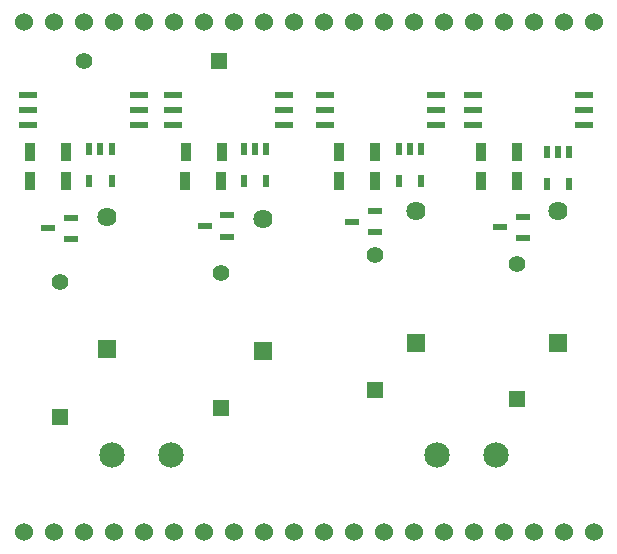
<source format=gbr>
%TF.GenerationSoftware,KiCad,Pcbnew,8.0.8*%
%TF.CreationDate,2025-03-10T22:00:58-04:00*%
%TF.ProjectId,PWM Module 2.0,50574d20-4d6f-4647-956c-6520322e302e,rev?*%
%TF.SameCoordinates,Original*%
%TF.FileFunction,Soldermask,Top*%
%TF.FilePolarity,Negative*%
%FSLAX46Y46*%
G04 Gerber Fmt 4.6, Leading zero omitted, Abs format (unit mm)*
G04 Created by KiCad (PCBNEW 8.0.8) date 2025-03-10 22:00:58*
%MOMM*%
%LPD*%
G01*
G04 APERTURE LIST*
%ADD10R,0.508000X0.977900*%
%ADD11R,1.270000X0.558800*%
%ADD12R,0.855600X1.600000*%
%ADD13C,2.154000*%
%ADD14R,1.625600X1.625600*%
%ADD15C,1.625600*%
%ADD16C,1.524000*%
%ADD17R,1.397000X1.397000*%
%ADD18C,1.397000*%
%ADD19R,1.524000X0.533400*%
G04 APERTURE END LIST*
D10*
%TO.C,U7*%
X159841502Y-36169500D03*
X158891501Y-36169500D03*
X157941500Y-36169500D03*
X157941500Y-38900000D03*
X159841502Y-38900000D03*
%TD*%
D11*
%TO.C,Q2*%
X169640000Y-43594998D03*
X169640000Y-41765000D03*
X167709600Y-42679999D03*
%TD*%
D12*
%TO.C,C4*%
X166084398Y-38900000D03*
X169140000Y-38900000D03*
%TD*%
%TO.C,C2*%
X152913699Y-38900000D03*
X155969301Y-38900000D03*
%TD*%
D13*
%TO.C,J3*%
X187400000Y-62100000D03*
X192400000Y-62100000D03*
%TD*%
D14*
%TO.C,D4*%
X159441500Y-53076000D03*
D15*
X159441500Y-41900000D03*
%TD*%
D14*
%TO.C,D1*%
X185640000Y-52576000D03*
D15*
X185640000Y-41400000D03*
%TD*%
D11*
%TO.C,Q3*%
X194640000Y-43729998D03*
X194640000Y-41900000D03*
X192709600Y-42814999D03*
%TD*%
D16*
%TO.C,J5*%
X152400000Y-25400000D03*
X154940000Y-25400000D03*
X157480000Y-25400000D03*
X160020000Y-25400000D03*
X162560000Y-25400000D03*
X165100000Y-25400000D03*
X167640000Y-25400000D03*
X170180000Y-25400000D03*
X172720000Y-25400000D03*
X175260000Y-25400000D03*
X177800000Y-25400000D03*
X180340000Y-25400000D03*
X182880000Y-25400000D03*
X185420000Y-25400000D03*
X187960000Y-25400000D03*
X190500000Y-25400000D03*
X193040000Y-25400000D03*
X195580000Y-25400000D03*
X198120000Y-25400000D03*
X200660000Y-25400000D03*
%TD*%
D17*
%TO.C,R5*%
X168965000Y-28750000D03*
D18*
X157535000Y-28750000D03*
%TD*%
D13*
%TO.C,J2*%
X159900000Y-62100000D03*
X164900000Y-62100000D03*
%TD*%
D10*
%TO.C,U5*%
X198590001Y-36400000D03*
X197640000Y-36400000D03*
X196689999Y-36400000D03*
X196689999Y-39130500D03*
X198590001Y-39130500D03*
%TD*%
D12*
%TO.C,C3*%
X166112199Y-36400000D03*
X169167801Y-36400000D03*
%TD*%
%TO.C,C5*%
X179084398Y-36400000D03*
X182140000Y-36400000D03*
%TD*%
%TO.C,C6*%
X179084398Y-38900000D03*
X182140000Y-38900000D03*
%TD*%
D11*
%TO.C,Q4*%
X156371900Y-43814999D03*
X156371900Y-41985001D03*
X154441500Y-42900000D03*
%TD*%
D14*
%TO.C,D3*%
X197640000Y-52576000D03*
D15*
X197640000Y-41400000D03*
%TD*%
D17*
%TO.C,R3*%
X194140000Y-57330000D03*
D18*
X194140000Y-45900000D03*
%TD*%
D19*
%TO.C,U2*%
X187339000Y-34170000D03*
X187339000Y-32900000D03*
X187339000Y-31630000D03*
X177941000Y-31630000D03*
X177941000Y-32900000D03*
X177941000Y-34170000D03*
%TD*%
D12*
%TO.C,C1*%
X152941500Y-36400000D03*
X155997102Y-36400000D03*
%TD*%
D19*
%TO.C,U6*%
X199839000Y-34170000D03*
X199839000Y-32900000D03*
X199839000Y-31630000D03*
X190441000Y-31630000D03*
X190441000Y-32900000D03*
X190441000Y-34170000D03*
%TD*%
D12*
%TO.C,C7*%
X191084398Y-36400000D03*
X194140000Y-36400000D03*
%TD*%
D17*
%TO.C,R1*%
X182140000Y-56615000D03*
D18*
X182140000Y-45185000D03*
%TD*%
D17*
%TO.C,R4*%
X155441500Y-58830000D03*
D18*
X155441500Y-47400000D03*
%TD*%
D10*
%TO.C,U3*%
X172941500Y-36169500D03*
X171991499Y-36169500D03*
X171041498Y-36169500D03*
X171041498Y-38900000D03*
X172941500Y-38900000D03*
%TD*%
D11*
%TO.C,Q1*%
X182140000Y-43229998D03*
X182140000Y-41400000D03*
X180209600Y-42314999D03*
%TD*%
D17*
%TO.C,R2*%
X169140000Y-58115000D03*
D18*
X169140000Y-46685000D03*
%TD*%
D19*
%TO.C,U8*%
X162140500Y-34170000D03*
X162140500Y-32900000D03*
X162140500Y-31630000D03*
X152742500Y-31630000D03*
X152742500Y-32900000D03*
X152742500Y-34170000D03*
%TD*%
D10*
%TO.C,U1*%
X186040002Y-36169500D03*
X185090001Y-36169500D03*
X184140000Y-36169500D03*
X184140000Y-38900000D03*
X186040002Y-38900000D03*
%TD*%
D14*
%TO.C,D2*%
X172640000Y-53289500D03*
D15*
X172640000Y-42113500D03*
%TD*%
D19*
%TO.C,U4*%
X174441500Y-34170000D03*
X174441500Y-32900000D03*
X174441500Y-31630000D03*
X165043500Y-31630000D03*
X165043500Y-32900000D03*
X165043500Y-34170000D03*
%TD*%
D16*
%TO.C,J5*%
X152400000Y-68580000D03*
X154940000Y-68580000D03*
X157480000Y-68580000D03*
X160020000Y-68580000D03*
X162560000Y-68580000D03*
X165100000Y-68580000D03*
X167640000Y-68580000D03*
X170180000Y-68580000D03*
X172720000Y-68580000D03*
X175260000Y-68580000D03*
X177800000Y-68580000D03*
X180340000Y-68580000D03*
X182880000Y-68580000D03*
X185420000Y-68580000D03*
X187960000Y-68580000D03*
X190500000Y-68580000D03*
X193040000Y-68580000D03*
X195580000Y-68580000D03*
X198120000Y-68580000D03*
X200660000Y-68580000D03*
%TD*%
D12*
%TO.C,C8*%
X191084398Y-38900000D03*
X194140000Y-38900000D03*
%TD*%
M02*

</source>
